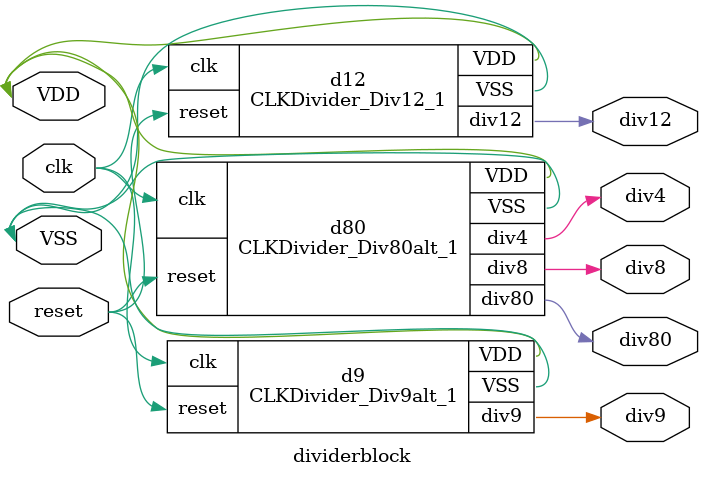
<source format=v>


module CLKDivider_Div9alt_1 ( reset, clk, div9, VDD, VSS );
  input reset, clk;
  output div9;
  inout VDD,  VSS;
  wire   midC, midD, midA, midB, t1, N11, N13, n10, n12, n14, n16, n34, n35,
         n36, n37, n38, n39, n40, n41, n42, n43;

  SC8T_DFFQX4_CSC24SL midD_reg ( .D(N13), .CLK(clk), .Q(midD) );
  SC8T_DFFQX4_CSC24SL midC_reg ( .D(n14), .CLK(clk), .Q(midC) );
  SC8T_DFFQX2_CSC24SL midB_reg ( .D(N11), .CLK(clk), .Q(midB) );
  SC8T_DFFQX4_CSC24SL t1_reg ( .D(n12), .CLK(clk), .Q(t1) );
  SC8T_DFFNX4_CSC24SL t2_reg ( .D(n10), .CLK(clk), .QN(n43) );
  SC8T_DFFQX4_CSC28SL midA_reg ( .D(n16), .CLK(clk), .Q(midA) );
  SC8T_NR2X2_MR_CSC24SL U3 ( .A(n38), .B(n40), .Z(n10) );
  SC8T_ND2X2_CSC28SL U4 ( .A(midA), .B(reset), .Z(n42) );
  SC8T_ND2IAX1_MR_CSC28SL U5 ( .A(midA), .B(reset), .Z(n34) );
  SC8T_NR2X1_MR_CSC24SL U6 ( .A(n36), .B(n40), .Z(n12) );
  SC8T_INVX1_MR_CSC28SL U7 ( .A(midC), .Z(n39) );
  SC8T_NR2X1_MR_CSC24SL U8 ( .A(midC), .B(n40), .Z(N13) );
  SC8T_ND2X1_MR_CSC28SL U9 ( .A(midD), .B(reset), .Z(n41) );
  SC8T_XNR2X1_MR_CSC24SL U10 ( .A(n37), .B(n43), .Z(n38) );
  SC8T_AOI21X1_MR_CSC24SL U11 ( .B1(midB), .B2(n39), .A(n42), .Z(n14) );
  SC8T_XNR2X1_CSC28L U12 ( .A(t1), .B(n43), .Z(div9) );
  SC8T_INVX1_MR_CSC28SL U13 ( .A(reset), .Z(n40) );
  SC8T_ND2X2_CSC24SL U14 ( .A(midC), .B(midD), .Z(n37) );
  SC8T_MUXI2X1_MR_CSC24SL U15 ( .D0(n42), .D1(n34), .S(midD), .Z(N11) );
  SC8T_NR2X3_CSC24SL U16 ( .A(midC), .B(midD), .Z(n35) );
  SC8T_XNR2X1_MR_CSC24SL U17 ( .A(n35), .B(t1), .Z(n36) );
  SC8T_MUXI2X1_MR_CSC24SL U18 ( .D0(n42), .D1(n41), .S(midB), .Z(n16) );
endmodule


module CLKDivider_Div12_1 ( reset, clk, div12, VDD, VSS );
  input reset, clk;
  output div12;
  inout VDD,  VSS;
  wire   N6, N7, N8, n4, n10, n11, n12;
  wire   [2:0] count;

  SC8T_DFFQX4_CSC24SL count_reg_2_ ( .D(N8), .CLK(clk), .Q(count[2]) );
  SC8T_DFFQX4_CSC24SL count_reg_1_ ( .D(N7), .CLK(clk), .Q(count[1]) );
  SC8T_DFFQX4_CSC24SL count_reg_0_ ( .D(N6), .CLK(clk), .Q(count[0]) );
  SC8T_DFFQX4_CSC24SL div12_reg ( .D(n4), .CLK(clk), .Q(div12) );
  SC8T_NR2X2_MR_CSC24SL U3 ( .A(n11), .B(n12), .Z(n4) );
  SC8T_NR2X3_CSC24SL U4 ( .A(count[1]), .B(count[2]), .Z(n10) );
  SC8T_NR2X1_MR_CSC24SL U5 ( .A(count[2]), .B(n12), .Z(N7) );
  SC8T_CKAN2X1_MR_CSC24SL U6 ( .CLK(count[1]), .EN(reset), .Z(N6) );
  SC8T_INVX1_MR_CSC28SL U7 ( .A(reset), .Z(n12) );
  SC8T_XNR2X1_MR_CSC24SL U8 ( .A(n10), .B(div12), .Z(n11) );
  SC8T_CKAN2X1_MR_CSC24SL U9 ( .CLK(count[0]), .EN(reset), .Z(N8) );
endmodule


module CLKDivider_Div80alt_1 ( reset, clk, div80, div4, div8, VDD, VSS );
  input reset, clk;
  output div80, div4, div8;
  inout VDD,  VSS;
  wire   count8_2_, count8_1_, N13, N16, N17, n9, n11, n13, n28, n29, n30, n31,
         n32, n33, n34, n35, n36, n37, n38, n39;
  wire   [2:0] count5;

  SC8T_DFFQX4_CSC24SL count8_reg_0_ ( .D(N13), .CLK(clk), .Q(div4) );
  SC8T_DFFQX4_CSC24SL count8_reg_2_ ( .D(n11), .CLK(clk), .Q(count8_2_) );
  SC8T_DFFQX4_CSC24SL count8_reg_1_ ( .D(n13), .CLK(clk), .Q(count8_1_) );
  SC8T_DFFQX2_CSC24SL count5_reg_0_ ( .D(N16), .CLK(clk), .Q(count5[0]) );
  SC8T_DFFQX4_CSC24SL count5_reg_1_ ( .D(N17), .CLK(clk), .Q(count5[1]) );
  SC8T_DFFQNX4_CSC24SL count5_reg_2_ ( .D(n28), .CLK(clk), .QN(count5[2]) );
  SC8T_DFFX1_CSC24SL div80_reg ( .D(n9), .CLK(clk), .Q(div80) );
  SC8T_DFFQX1_CSC24L div8_reg ( .D(n39), .CLK(clk), .Q(div8) );
  SC8T_AN2X1_MR_CSC28SL U3 ( .A(n33), .B(count5[2]), .Z(N16) );
  SC8T_NR4X6_CSC24SL U4 ( .A(count8_2_), .B(div4), .C(count8_1_), .D(count5[2]), .Z(n29) );
  SC8T_ND2X1_MR_CSC28SL U5 ( .A(count8_2_), .B(reset), .Z(n38) );
  SC8T_INVX1_MR_CSC28SL U6 ( .A(n39), .Z(n35) );
  SC8T_INVX1_MR_CSC28SL U7 ( .A(div4), .Z(n37) );
  SC8T_CKAN2X1_MR_CSC24SL U8 ( .CLK(count5[0]), .EN(reset), .Z(N17) );
  SC8T_ND2X1_MR_CSC24SL U9 ( .A(n32), .B(n34), .Z(n36) );
  SC8T_NR2X2_MR_CSC28SL U10 ( .A(count5[1]), .B(n31), .Z(n33) );
  SC8T_NR2X2_MR_CSC24SL U11 ( .A(count8_2_), .B(n31), .Z(n39) );
  SC8T_INVX2_CSC28SL U12 ( .A(reset), .Z(n31) );
  SC8T_OAI21X1_MR_CSC24SL U13 ( .B1(n38), .B2(n37), .A(n36), .Z(n11) );
  SC8T_NR2X1_MR_CSC24SL U14 ( .A(N17), .B(n33), .Z(n28) );
  SC8T_XNR2X1_MR_CSC24SL U15 ( .A(n29), .B(div80), .Z(n30) );
  SC8T_NR2X1P5_CSC24SL U16 ( .A(n30), .B(n31), .Z(n9) );
  SC8T_NR2X1_MR_CSC24SL U17 ( .A(div4), .B(n31), .Z(n32) );
  SC8T_CKBUFX1_MR_CSC24SL U18 ( .CLK(count8_1_), .Z(n34) );
  SC8T_AO21IAX1_MR_CSC24SL U19 ( .B1(n39), .B2(div4), .A(n36), .Z(n13) );
  SC8T_MUXI2X1_MR_CSC24SL U20 ( .D0(n35), .D1(n38), .S(n34), .Z(N13) );
endmodule


module dividerblock ( reset, clk, VDD, VSS, div4, div8, div9, div12, div80 );
  input reset, clk;
  output div4, div8, div9, div12, div80;
  inout VDD,  VSS;

  tri   VDD;
  tri   VSS;

  CLKDivider_Div9alt_1 d9 ( .reset(reset), .clk(clk), .div9(div9), .VDD(VDD), 
        .VSS(VSS) );
  CLKDivider_Div12_1 d12 ( .reset(reset), .clk(clk), .div12(div12), .VDD(VDD), 
        .VSS(VSS) );
  CLKDivider_Div80alt_1 d80 ( .reset(reset), .clk(clk), .div80(div80), .div4(
        div4), .div8(div8), .VDD(VDD), .VSS(VSS) );
endmodule


</source>
